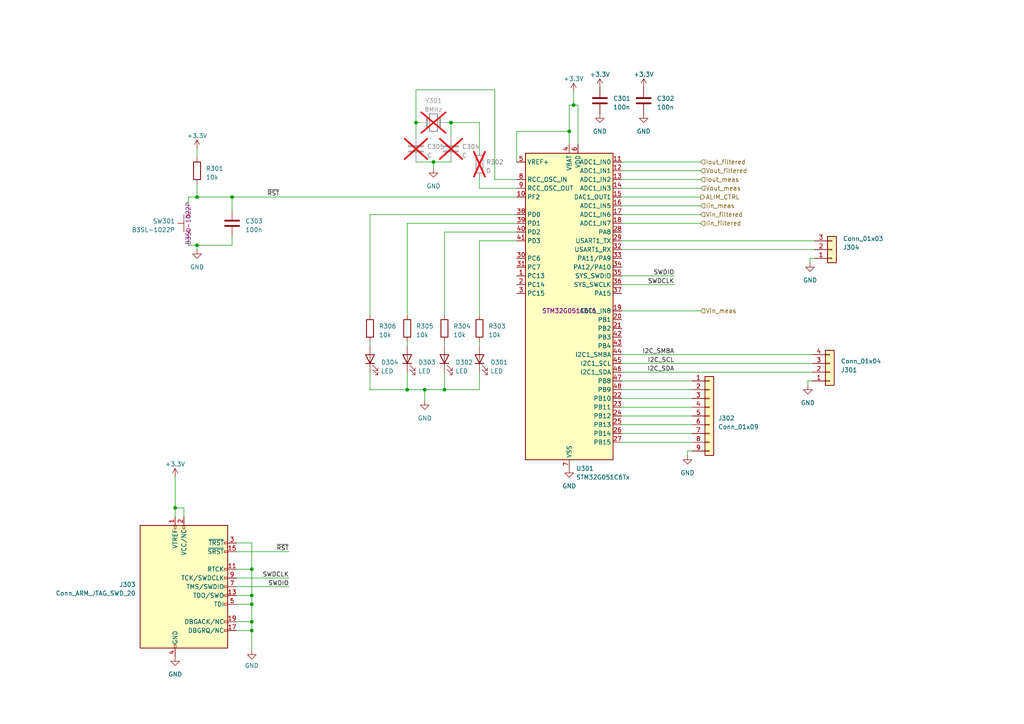
<source format=kicad_sch>
(kicad_sch (version 20230221) (generator eeschema)
  (paper "A4")
  (title_block (title "MPPT - PSU : MCU") (date "2023-04-05") (rev "Rev. 1.0") (company "Julien FAUCHER") (comment 1 "Defis solaires 2023"))
  (lib_symbols
    (symbol "Connector:Conn_ARM_JTAG_SWD_20" (pin_names (offset 1.016))
      (property "Reference" "J" (at -5.08 21.59 0))
      (property "Value" "Conn_ARM_JTAG_SWD_20" (at -5.08 19.05 0))
      (symbol "Conn_ARM_JTAG_SWD_20_0_1"
        (rectangle (start -12.7 17.78) (end 12.7 -17.78) (stroke (width 0.254)) (fill (type background)))
        (rectangle (start -2.794 -17.78) (end -2.286 -16.764))
        (rectangle (start -2.794 17.78) (end -2.286 16.764))
        (rectangle (start -0.254 17.78) (end 0.254 16.764))
        (rectangle (start 11.684 2.286) (end 12.7 2.794))
        (rectangle (start 12.7 -12.446) (end 11.684 -12.954))
        (rectangle (start 12.7 -9.906) (end 11.684 -10.414))
        (rectangle (start 12.7 -2.794) (end 11.684 -2.286))
        (rectangle (start 12.7 -0.254) (end 11.684 0.254))
        (rectangle (start 12.7 4.826) (end 11.684 5.334))
        (rectangle (start 12.7 10.414) (end 11.684 9.906))
        (rectangle (start 12.7 12.954) (end 11.684 12.446))
      )
      (symbol "Conn_ARM_JTAG_SWD_20_1_1"
        (rectangle (start 11.684 -5.334) (end 12.7 -4.826))
        (pin power_in line (at -2.54 20.32 270) (length 2.54) (name "VTREF") (number "1"))
        (pin passive line (at -2.54 -20.32 90) (length 2.54) hide (name "GND") (number "10"))
        (pin input line (at 15.24 5.08 180) (length 2.54) (name "RTCK") (number "11"))
        (pin passive line (at -2.54 -20.32 90) (length 2.54) hide (name "GND") (number "12"))
        (pin input line (at 15.24 -2.54 180) (length 2.54) (name "TDO/SWO") (number "13"))
        (pin passive line (at -2.54 -20.32 90) (length 2.54) hide (name "GND") (number "14"))
        (pin bidirectional line (at 15.24 10.16 180) (length 2.54) (name "~{SRST}") (number "15"))
        (pin passive line (at -2.54 -20.32 90) (length 2.54) hide (name "GND") (number "16"))
        (pin output line (at 15.24 -12.7 180) (length 2.54) (name "DBGRQ/NC") (number "17"))
        (pin passive line (at -2.54 -20.32 90) (length 2.54) hide (name "GND") (number "18"))
        (pin input line (at 15.24 -10.16 180) (length 2.54) (name "DBGACK/NC") (number "19"))
        (pin power_in line (at 0 20.32 270) (length 2.54) (name "VCC/NC") (number "2"))
        (pin passive line (at -2.54 -20.32 90) (length 2.54) hide (name "GND") (number "20"))
        (pin output line (at 15.24 12.7 180) (length 2.54) (name "~{TRST}") (number "3"))
        (pin power_in line (at -2.54 -20.32 90) (length 2.54) (name "GND") (number "4"))
        (pin output line (at 15.24 -5.08 180) (length 2.54) (name "TDI") (number "5"))
        (pin passive line (at -2.54 -20.32 90) (length 2.54) hide (name "GND") (number "6"))
        (pin output line (at 15.24 0 180) (length 2.54) (name "TMS/SWDIO") (number "7"))
        (pin passive line (at -2.54 -20.32 90) (length 2.54) hide (name "GND") (number "8"))
        (pin output line (at 15.24 2.54 180) (length 2.54) (name "TCK/SWDCLK") (number "9"))
      )
    )
    (symbol "Connector_Generic:Conn_01x03" (pin_names (offset 1.016) hide)
      (property "Reference" "J" (at 0 5.08 0))
      (property "Value" "Conn_01x03" (at 0 -5.08 0))
      (symbol "Conn_01x03_1_1"
        (rectangle (start -1.27 -2.413) (end 0 -2.667) (stroke (width 0.1524)))
        (rectangle (start -1.27 0.127) (end 0 -0.127) (stroke (width 0.1524)))
        (rectangle (start -1.27 2.667) (end 0 2.413) (stroke (width 0.1524)))
        (rectangle (start -1.27 3.81) (end 1.27 -3.81) (stroke (width 0.254)) (fill (type background)))
        (pin passive line (at -5.08 2.54 0) (length 3.81) (name "Pin_1") (number "1"))
        (pin passive line (at -5.08 0 0) (length 3.81) (name "Pin_2") (number "2"))
        (pin passive line (at -5.08 -2.54 0) (length 3.81) (name "Pin_3") (number "3"))
      )
    )
    (symbol "Connector_Generic:Conn_01x04" (pin_names (offset 1.016) hide)
      (property "Reference" "J" (at 0 5.08 0))
      (property "Value" "Conn_01x04" (at 0 -7.62 0))
      (symbol "Conn_01x04_1_1"
        (rectangle (start -1.27 -4.953) (end 0 -5.207) (stroke (width 0.1524)))
        (rectangle (start -1.27 -2.413) (end 0 -2.667) (stroke (width 0.1524)))
        (rectangle (start -1.27 0.127) (end 0 -0.127) (stroke (width 0.1524)))
        (rectangle (start -1.27 2.667) (end 0 2.413) (stroke (width 0.1524)))
        (rectangle (start -1.27 3.81) (end 1.27 -6.35) (stroke (width 0.254)) (fill (type background)))
        (pin passive line (at -5.08 2.54 0) (length 3.81) (name "Pin_1") (number "1"))
        (pin passive line (at -5.08 0 0) (length 3.81) (name "Pin_2") (number "2"))
        (pin passive line (at -5.08 -2.54 0) (length 3.81) (name "Pin_3") (number "3"))
        (pin passive line (at -5.08 -5.08 0) (length 3.81) (name "Pin_4") (number "4"))
      )
    )
    (symbol "Connector_Generic:Conn_01x09" (pin_names (offset 1.016) hide)
      (property "Reference" "J" (at 0 12.7 0))
      (property "Value" "Conn_01x09" (at 0 -12.7 0))
      (symbol "Conn_01x09_1_1"
        (rectangle (start -1.27 -10.033) (end 0 -10.287) (stroke (width 0.1524)))
        (rectangle (start -1.27 -7.493) (end 0 -7.747) (stroke (width 0.1524)))
        (rectangle (start -1.27 -4.953) (end 0 -5.207) (stroke (width 0.1524)))
        (rectangle (start -1.27 -2.413) (end 0 -2.667) (stroke (width 0.1524)))
        (rectangle (start -1.27 0.127) (end 0 -0.127) (stroke (width 0.1524)))
        (rectangle (start -1.27 2.667) (end 0 2.413) (stroke (width 0.1524)))
        (rectangle (start -1.27 5.207) (end 0 4.953) (stroke (width 0.1524)))
        (rectangle (start -1.27 7.747) (end 0 7.493) (stroke (width 0.1524)))
        (rectangle (start -1.27 10.287) (end 0 10.033) (stroke (width 0.1524)))
        (rectangle (start -1.27 11.43) (end 1.27 -11.43) (stroke (width 0.254)) (fill (type background)))
        (pin passive line (at -5.08 10.16 0) (length 3.81) (name "Pin_1") (number "1"))
        (pin passive line (at -5.08 7.62 0) (length 3.81) (name "Pin_2") (number "2"))
        (pin passive line (at -5.08 5.08 0) (length 3.81) (name "Pin_3") (number "3"))
        (pin passive line (at -5.08 2.54 0) (length 3.81) (name "Pin_4") (number "4"))
        (pin passive line (at -5.08 0 0) (length 3.81) (name "Pin_5") (number "5"))
        (pin passive line (at -5.08 -2.54 0) (length 3.81) (name "Pin_6") (number "6"))
        (pin passive line (at -5.08 -5.08 0) (length 3.81) (name "Pin_7") (number "7"))
        (pin passive line (at -5.08 -7.62 0) (length 3.81) (name "Pin_8") (number "8"))
        (pin passive line (at -5.08 -10.16 0) (length 3.81) (name "Pin_9") (number "9"))
      )
    )
    (symbol "Device:C" (pin_numbers hide) (pin_names (offset 0.254))
      (property "Reference" "C" (at 0.635 2.54 0))
      (property "Value" "C" (at 0.635 -2.54 0))
      (symbol "C_0_1"
        (polyline (pts (xy -2.032 -0.762) (xy 2.032 -0.762)) (stroke (width 0.508)))
        (polyline (pts (xy -2.032 0.762) (xy 2.032 0.762)) (stroke (width 0.508)))
      )
      (symbol "C_1_1"
        (pin passive line (at 0 3.81 270) (length 2.794) (name "~") (number "1"))
        (pin passive line (at 0 -3.81 90) (length 2.794) (name "~") (number "2"))
      )
    )
    (symbol "Device:Crystal" (pin_numbers hide) (pin_names (offset 1.016) hide)
      (property "Reference" "Y" (at 0 3.81 0))
      (property "Value" "Crystal" (at 0 -3.81 0))
      (symbol "Crystal_0_1"
        (rectangle (start -1.143 2.54) (end 1.143 -2.54) (stroke (width 0.3048)))
        (polyline (pts (xy -2.54 0) (xy -1.905 0)))
        (polyline (pts (xy -1.905 -1.27) (xy -1.905 1.27)) (stroke (width 0.508)))
        (polyline (pts (xy 1.905 -1.27) (xy 1.905 1.27)) (stroke (width 0.508)))
        (polyline (pts (xy 2.54 0) (xy 1.905 0)))
      )
      (symbol "Crystal_1_1"
        (pin passive line (at -3.81 0 0) (length 1.27) (name "1") (number "1"))
        (pin passive line (at 3.81 0 180) (length 1.27) (name "2") (number "2"))
      )
    )
    (symbol "Device:LED" (pin_numbers hide) (pin_names (offset 1.016) hide)
      (property "Reference" "D" (at 0 2.54 0))
      (property "Value" "LED" (at 0 -2.54 0))
      (symbol "LED_0_1"
        (polyline (pts (xy -1.27 -1.27) (xy -1.27 1.27)) (stroke (width 0.254)))
        (polyline (pts (xy -1.27 0) (xy 1.27 0)))
        (polyline (pts (xy 1.27 -1.27) (xy 1.27 1.27) (xy -1.27 0) (xy 1.27 -1.27)) (stroke (width 0.254)))
        (polyline (pts (xy -3.048 -0.762) (xy -4.572 -2.286) (xy -3.81 -2.286) (xy -4.572 -2.286) (xy -4.572 -1.524)))
        (polyline (pts (xy -1.778 -0.762) (xy -3.302 -2.286) (xy -2.54 -2.286) (xy -3.302 -2.286) (xy -3.302 -1.524)))
      )
      (symbol "LED_1_1"
        (pin passive line (at -3.81 0 0) (length 2.54) (name "K") (number "1"))
        (pin passive line (at 3.81 0 180) (length 2.54) (name "A") (number "2"))
      )
    )
    (symbol "Device:R" (pin_numbers hide) (pin_names (offset 0))
      (property "Reference" "R" (at 2.032 0 90))
      (property "Value" "R" (at 0 0 90))
      (symbol "R_0_1"
        (rectangle (start -1.016 -2.54) (end 1.016 2.54) (stroke (width 0.254)))
      )
      (symbol "R_1_1"
        (pin passive line (at 0 3.81 270) (length 1.27) (name "~") (number "1"))
        (pin passive line (at 0 -3.81 90) (length 1.27) (name "~") (number "2"))
      )
    )
    (symbol "MCU_ST_STM32G0:STM32G051C6Tx"
      (property "Reference" "U" (at -12.7 46.99 0))
      (property "Value" "STM32G051C6Tx" (at 5.08 46.99 0))
      (symbol "STM32G051C6Tx_0_1"
        (rectangle (start -12.7 -43.18) (end 12.7 45.72) (stroke (width 0.254)) (fill (type background)))
      )
      (symbol "STM32G051C6Tx_1_1"
        (pin bidirectional line (at -15.24 10.16 0) (length 2.54) (name "PC13") (number "1"))
        (pin bidirectional line (at -15.24 33.02 0) (length 2.54) (name "PF2") (number "10") (alternate "" input line))
        (pin bidirectional line (at 15.24 43.18 180) (length 2.54) (name "PA0") (number "11") (alternate "ADC1_IN0" bidirectional line))
        (pin bidirectional line (at 15.24 40.64 180) (length 2.54) (name "PA1") (number "12") (alternate "ADC1_IN1" bidirectional line) (alternate "I2C1_SMBA" bidirectional line))
        (pin bidirectional line (at 15.24 38.1 180) (length 2.54) (name "PA2") (number "13") (alternate "ADC1_IN2" bidirectional line))
        (pin bidirectional line (at 15.24 35.56 180) (length 2.54) (name "PA3") (number "14") (alternate "ADC1_IN3" bidirectional line))
        (pin bidirectional line (at 15.24 33.02 180) (length 2.54) (name "PA4") (number "15") (alternate "DAC1_OUT1" bidirectional line))
        (pin bidirectional line (at 15.24 30.48 180) (length 2.54) (name "PA5") (number "16") (alternate "ADC1_IN5" bidirectional line))
        (pin bidirectional line (at 15.24 27.94 180) (length 2.54) (name "PA6") (number "17") (alternate "ADC1_IN6" bidirectional line))
        (pin bidirectional line (at 15.24 25.4 180) (length 2.54) (name "PA7") (number "18") (alternate "ADC1_IN7" bidirectional line))
        (pin bidirectional line (at 15.24 0 180) (length 2.54) (name "PB0") (number "19") (alternate "ADC1_IN8" bidirectional line))
        (pin bidirectional line (at -15.24 7.62 0) (length 2.54) (name "PC14") (number "2"))
        (pin bidirectional line (at 15.24 -2.54 180) (length 2.54) (name "PB1") (number "20"))
        (pin bidirectional line (at 15.24 -5.08 180) (length 2.54) (name "PB2") (number "21"))
        (pin bidirectional line (at 15.24 -25.4 180) (length 2.54) (name "PB10") (number "22"))
        (pin bidirectional line (at 15.24 -27.94 180) (length 2.54) (name "PB11") (number "23"))
        (pin bidirectional line (at 15.24 -30.48 180) (length 2.54) (name "PB12") (number "24"))
        (pin bidirectional line (at 15.24 -33.02 180) (length 2.54) (name "PB13") (number "25"))
        (pin bidirectional line (at 15.24 -35.56 180) (length 2.54) (name "PB14") (number "26"))
        (pin bidirectional line (at 15.24 -38.1 180) (length 2.54) (name "PB15") (number "27"))
        (pin bidirectional line (at 15.24 22.86 180) (length 2.54) (name "PA8") (number "28"))
        (pin bidirectional line (at 15.24 20.32 180) (length 2.54) (name "PA9/NC") (number "29") (alternate "I2C1_SCL" bidirectional line) (alternate "USART1_TX" bidirectional line))
        (pin bidirectional line (at -15.24 5.08 0) (length 2.54) (name "PC15") (number "3"))
        (pin bidirectional line (at -15.24 15.24 0) (length 2.54) (name "PC6") (number "30"))
        (pin bidirectional line (at -15.24 12.7 0) (length 2.54) (name "PC7") (number "31"))
        (pin bidirectional line (at 15.24 17.78 180) (length 2.54) (name "PA10/NC") (number "32") (alternate "I2C1_SDA" bidirectional line) (alternate "USART1_RX" bidirectional line))
        (pin bidirectional line (at 15.24 15.24 180) (length 2.54) (name "PA11/PA9") (number "33"))
        (pin bidirectional line (at 15.24 12.7 180) (length 2.54) (name "PA12/PA10") (number "34"))
        (pin bidirectional line (at 15.24 10.16 180) (length 2.54) (name "PA13") (number "35") (alternate "SYS_SWDIO" bidirectional line))
        (pin bidirectional line (at 15.24 7.62 180) (length 2.54) (name "PA14") (number "36") (alternate "SYS_SWCLK" bidirectional line))
        (pin bidirectional line (at 15.24 5.08 180) (length 2.54) (name "PA15") (number "37"))
        (pin bidirectional line (at -15.24 27.94 0) (length 2.54) (name "PD0") (number "38"))
        (pin bidirectional line (at -15.24 25.4 0) (length 2.54) (name "PD1") (number "39"))
        (pin power_in line (at 0 48.26 270) (length 2.54) (name "VBAT") (number "4"))
        (pin bidirectional line (at -15.24 22.86 0) (length 2.54) (name "PD2") (number "40"))
        (pin bidirectional line (at -15.24 20.32 0) (length 2.54) (name "PD3") (number "41"))
        (pin bidirectional line (at 15.24 -7.62 180) (length 2.54) (name "PB3") (number "42"))
        (pin bidirectional line (at 15.24 -10.16 180) (length 2.54) (name "PB4") (number "43"))
        (pin bidirectional line (at 15.24 -12.7 180) (length 2.54) (name "PB5") (number "44") (alternate "I2C1_SMBA" bidirectional line))
        (pin bidirectional line (at 15.24 -15.24 180) (length 2.54) (name "PB6") (number "45") (alternate "I2C1_SCL" bidirectional line) (alternate "USART1_TX" bidirectional line))
        (pin bidirectional line (at 15.24 -17.78 180) (length 2.54) (name "PB7") (number "46") (alternate "I2C1_SDA" bidirectional line) (alternate "USART1_RX" bidirectional line))
        (pin bidirectional line (at 15.24 -20.32 180) (length 2.54) (name "PB8") (number "47") (alternate "I2C1_SCL" bidirectional line))
        (pin bidirectional line (at 15.24 -22.86 180) (length 2.54) (name "PB9") (number "48") (alternate "I2C1_SDA" bidirectional line))
        (pin input line (at -15.24 43.18 0) (length 2.54) (name "VREF+") (number "5"))
        (pin power_in line (at 2.54 48.26 270) (length 2.54) (name "VDD") (number "6"))
        (pin power_in line (at 0 -45.72 90) (length 2.54) (name "VSS") (number "7"))
        (pin bidirectional line (at -15.24 38.1 0) (length 2.54) (name "PF0") (number "8") (alternate "RCC_OSC_IN" bidirectional line))
        (pin bidirectional line (at -15.24 35.56 0) (length 2.54) (name "PF1") (number "9") (alternate "RCC_OSC_OUT" bidirectional line))
      )
    )
    (symbol "Switch:SW_Push" (pin_numbers hide) (pin_names (offset 1.016) hide)
      (property "Reference" "SW" (at 1.27 2.54 0))
      (property "Value" "SW_Push" (at 0 -1.524 0))
      (symbol "SW_Push_0_1"
        (circle (center -2.032 0) (radius 0.508))
        (polyline (pts (xy 0 1.27) (xy 0 3.048)))
        (polyline (pts (xy 2.54 1.27) (xy -2.54 1.27)))
        (circle (center 2.032 0) (radius 0.508))
        (pin passive line (at -5.08 0 0) (length 2.54) (name "1") (number "1"))
        (pin passive line (at 5.08 0 180) (length 2.54) (name "2") (number "2"))
      )
    )
    (symbol "power:+3.3V" (power) (pin_names (offset 0))
      (property "Value" "+3.3V" (at 0 3.556 0))
      (symbol "+3.3V_0_1"
        (polyline (pts (xy -0.762 1.27) (xy 0 2.54)))
        (polyline (pts (xy 0 0) (xy 0 2.54)))
        (polyline (pts (xy 0 2.54) (xy 0.762 1.27)))
      )
      (symbol "+3.3V_1_1"
        (pin power_in line (at 0 0 90) (length 0) hide (name "+3.3V") (number "1"))
      )
    )
    (symbol "power:GND" (power) (pin_names (offset 0))
      (property "Value" "GND" (at 0 -3.81 0))
      (symbol "GND_0_1"
        (polyline (pts (xy 0 0) (xy 0 -1.27) (xy 1.27 -1.27) (xy 0 -2.54) (xy -1.27 -1.27) (xy 0 -1.27)))
      )
      (symbol "GND_1_1"
        (pin power_in line (at 0 0 270) (length 0) hide (name "GND") (number "1"))
      )
    )
  )
  (junction (at 128.905 113.03))
  (junction (at 166.37 30.48))
  (junction (at 73.025 172.72))
  (junction (at 125.73 46.99))
  (junction (at 73.025 175.26))
  (junction (at 57.15 57.15))
  (junction (at 73.025 180.34))
  (junction (at 73.025 165.1))
  (junction (at 165.1 38.1))
  (junction (at 67.31 57.15))
  (junction (at 123.19 113.03))
  (junction (at 118.11 113.03))
  (junction (at 57.15 71.12))
  (junction (at 73.025 182.88))
  (junction (at 120.65 35.56))
  (junction (at 130.81 35.56))
  (junction (at 50.8 147.32))
  (wire (pts (xy 180.34 46.99) (xy 203.2 46.99)))
  (wire (pts (xy 107.315 107.95) (xy 107.315 113.03)))
  (wire (pts (xy 180.34 54.61) (xy 203.2 54.61)))
  (wire (pts (xy 67.31 57.15) (xy 149.86 57.15)))
  (wire (pts (xy 118.11 113.03) (xy 123.19 113.03)))
  (wire (pts (xy 180.34 123.19) (xy 200.66 123.19)))
  (wire (pts (xy 73.025 157.48) (xy 73.025 165.1)))
  (wire (pts (xy 120.65 35.56) (xy 120.65 39.37)))
  (wire (pts (xy 123.19 113.03) (xy 128.905 113.03)))
  (wire (pts (xy 180.34 128.27) (xy 200.66 128.27)))
  (wire (pts (xy 128.905 107.95) (xy 128.905 113.03)))
  (wire (pts (xy 68.58 160.02) (xy 83.82 160.02)))
  (wire (pts (xy 149.86 38.1) (xy 165.1 38.1)))
  (wire (pts (xy 73.025 175.26) (xy 73.025 180.34)))
  (wire (pts (xy 139.065 69.85) (xy 139.065 91.44)))
  (wire (pts (xy 118.11 107.95) (xy 118.11 113.03)))
  (wire (pts (xy 118.11 64.77) (xy 118.11 91.44)))
  (wire (pts (xy 180.34 110.49) (xy 200.66 110.49)))
  (wire (pts (xy 234.95 74.93) (xy 236.22 74.93)))
  (wire (pts (xy 180.34 72.39) (xy 236.22 72.39)))
  (wire (pts (xy 139.065 51.435) (xy 139.065 54.61)))
  (wire (pts (xy 180.34 62.23) (xy 203.2 62.23)))
  (wire (pts (xy 167.64 30.48) (xy 167.64 41.91)))
  (wire (pts (xy 53.34 147.32) (xy 53.34 149.86)))
  (wire (pts (xy 125.73 46.99) (xy 130.81 46.99)))
  (wire (pts (xy 180.34 90.17) (xy 203.2 90.17)))
  (wire (pts (xy 73.025 165.1) (xy 73.025 172.72)))
  (wire (pts (xy 68.58 170.18) (xy 83.82 170.18)))
  (wire (pts (xy 180.34 69.85) (xy 236.22 69.85)))
  (wire (pts (xy 165.1 38.1) (xy 165.1 41.91)))
  (wire (pts (xy 57.15 71.12) (xy 54.61 71.12)))
  (wire (pts (xy 57.15 53.34) (xy 57.15 57.15)))
  (wire (pts (xy 180.34 115.57) (xy 200.66 115.57)))
  (wire (pts (xy 57.15 57.15) (xy 67.31 57.15)))
  (wire (pts (xy 139.065 35.56) (xy 139.065 43.815)))
  (wire (pts (xy 50.8 138.43) (xy 50.8 147.32)))
  (wire (pts (xy 118.11 99.06) (xy 118.11 100.33)))
  (wire (pts (xy 54.61 69.85) (xy 54.61 71.12)))
  (wire (pts (xy 180.34 64.77) (xy 203.2 64.77)))
  (wire (pts (xy 57.15 57.15) (xy 54.61 57.15)))
  (wire (pts (xy 130.81 39.37) (xy 130.81 35.56)))
  (wire (pts (xy 50.8 147.32) (xy 53.34 147.32)))
  (wire (pts (xy 180.34 59.69) (xy 203.2 59.69)))
  (wire (pts (xy 199.39 132.08) (xy 199.39 130.81)))
  (wire (pts (xy 68.58 172.72) (xy 73.025 172.72)))
  (wire (pts (xy 130.81 35.56) (xy 139.065 35.56)))
  (wire (pts (xy 180.34 49.53) (xy 203.2 49.53)))
  (wire (pts (xy 73.025 172.72) (xy 73.025 175.26)))
  (wire (pts (xy 180.34 113.03) (xy 200.66 113.03)))
  (wire (pts (xy 149.86 46.99) (xy 149.86 38.1)))
  (wire (pts (xy 143.51 26.035) (xy 120.65 26.035)))
  (wire (pts (xy 143.51 52.07) (xy 143.51 26.035)))
  (wire (pts (xy 139.065 69.85) (xy 149.86 69.85)))
  (wire (pts (xy 139.065 99.06) (xy 139.065 100.33)))
  (wire (pts (xy 180.34 80.01) (xy 195.58 80.01)))
  (wire (pts (xy 68.58 180.34) (xy 73.025 180.34)))
  (wire (pts (xy 68.58 157.48) (xy 73.025 157.48)))
  (wire (pts (xy 120.65 35.56) (xy 121.92 35.56)))
  (wire (pts (xy 68.58 175.26) (xy 73.025 175.26)))
  (wire (pts (xy 180.34 102.87) (xy 235.585 102.87)))
  (wire (pts (xy 180.34 52.07) (xy 203.2 52.07)))
  (wire (pts (xy 68.58 167.64) (xy 83.82 167.64)))
  (wire (pts (xy 234.315 111.76) (xy 234.315 110.49)))
  (wire (pts (xy 180.34 107.95) (xy 235.585 107.95)))
  (wire (pts (xy 149.86 64.77) (xy 118.11 64.77)))
  (wire (pts (xy 166.37 26.67) (xy 166.37 30.48)))
  (wire (pts (xy 149.86 62.23) (xy 107.315 62.23)))
  (wire (pts (xy 130.81 35.56) (xy 129.54 35.56)))
  (wire (pts (xy 139.065 113.03) (xy 139.065 107.95)))
  (wire (pts (xy 128.905 99.06) (xy 128.905 100.33)))
  (wire (pts (xy 143.51 52.07) (xy 149.86 52.07)))
  (wire (pts (xy 125.73 48.895) (xy 125.73 46.99)))
  (wire (pts (xy 107.315 99.06) (xy 107.315 100.33)))
  (wire (pts (xy 67.31 57.15) (xy 67.31 60.96)))
  (wire (pts (xy 199.39 130.81) (xy 200.66 130.81)))
  (wire (pts (xy 57.15 43.18) (xy 57.15 45.72)))
  (wire (pts (xy 68.58 165.1) (xy 73.025 165.1)))
  (wire (pts (xy 125.73 46.99) (xy 120.65 46.99)))
  (wire (pts (xy 57.15 72.39) (xy 57.15 71.12)))
  (wire (pts (xy 57.15 71.12) (xy 67.31 71.12)))
  (wire (pts (xy 128.905 67.31) (xy 149.86 67.31)))
  (wire (pts (xy 107.315 113.03) (xy 118.11 113.03)))
  (wire (pts (xy 54.61 57.15) (xy 54.61 59.69)))
  (wire (pts (xy 180.34 125.73) (xy 200.66 125.73)))
  (wire (pts (xy 166.37 30.48) (xy 165.1 30.48)))
  (wire (pts (xy 165.1 30.48) (xy 165.1 38.1)))
  (wire (pts (xy 234.315 110.49) (xy 235.585 110.49)))
  (wire (pts (xy 67.31 68.58) (xy 67.31 71.12)))
  (wire (pts (xy 180.34 82.55) (xy 195.58 82.55)))
  (wire (pts (xy 73.025 182.88) (xy 73.025 188.595)))
  (wire (pts (xy 180.34 57.15) (xy 203.2 57.15)))
  (wire (pts (xy 180.34 120.65) (xy 200.66 120.65)))
  (wire (pts (xy 120.65 26.035) (xy 120.65 35.56)))
  (wire (pts (xy 68.58 182.88) (xy 73.025 182.88)))
  (wire (pts (xy 50.8 147.32) (xy 50.8 149.86)))
  (wire (pts (xy 180.34 118.11) (xy 200.66 118.11)))
  (wire (pts (xy 180.34 105.41) (xy 235.585 105.41)))
  (wire (pts (xy 123.19 113.03) (xy 123.19 116.205)))
  (wire (pts (xy 128.905 113.03) (xy 139.065 113.03)))
  (wire (pts (xy 128.905 91.44) (xy 128.905 67.31)))
  (wire (pts (xy 234.95 76.2) (xy 234.95 74.93)))
  (wire (pts (xy 73.025 180.34) (xy 73.025 182.88)))
  (wire (pts (xy 107.315 62.23) (xy 107.315 91.44)))
  (wire (pts (xy 166.37 30.48) (xy 167.64 30.48)))
  (wire (pts (xy 139.065 54.61) (xy 149.86 54.61)))
  (label "SWDIO" (at 83.82 170.18 180))
  (label "SWDCLK" (at 83.82 167.64 180))
  (label "I2C_SDA" (at 195.58 107.95 180))
  (label "SWDIO" (at 195.58 80.01 180))
  (label "I2C_SCL" (at 195.58 105.41 180))
  (label "I2C_SMBA" (at 195.58 102.87 180))
  (label "~{RST}" (at 77.47 57.15 0))
  (label "SWDCLK" (at 195.58 82.55 180))
  (label "~{RST}" (at 83.82 160.02 180))
  (hierarchical_label "Vin_meas" (shape input) (at 203.2 90.17 0))
  (hierarchical_label "Vout_filtered" (shape input) (at 203.2 49.53 0))
  (hierarchical_label "Iout_filtered" (shape input) (at 203.2 46.99 0))
  (hierarchical_label "Vout_meas" (shape input) (at 203.2 54.61 0))
  (hierarchical_label "Iin_meas" (shape input) (at 203.2 59.69 0))
  (hierarchical_label "Iin_filtered" (shape input) (at 203.2 64.77 0))
  (hierarchical_label "Iout_meas" (shape input) (at 203.2 52.07 0))
  (hierarchical_label "Vin_filtered" (shape input) (at 203.2 62.23 0))
  (hierarchical_label "ALIM_CTRL" (shape output) (at 203.2 57.15 0))
  (symbol (lib_id "Connector:Conn_ARM_JTAG_SWD_20") (at 53.34 170.18 0) (unit 1) (in_bom no)
    (property "Reference" "J303" (at 39.37 169.545 0) (effects (justify right)))
    (property "Value" "Conn_ARM_JTAG_SWD_20" (at 39.37 172.085 0) (effects (justify right)))
    (property "Footprint" "Connector_IDC:IDC-Header_2x10_P2.54mm_Vertical" (effects hide))
    (property "Datasheet" "http://infocenter.arm.com/help/topic/com.arm.doc.dui0499b/DUI0499B_system_design_reference.pdf" (effects hide))
  )
  (symbol (lib_id "Device:LED") (at 118.11 104.14 90) (unit 1) (in_bom no)
    (property "Reference" "D303" (at 121.285 105.0925 90) (effects (justify right)))
    (property "Value" "LED" (at 121.285 107.6325 90) (effects (justify right)))
    (property "Footprint" "LED_SMD:LED_0805_2012Metric" (effects hide))
  )
  (symbol (lib_id "power:GND") (at 125.73 48.895 0) (unit 1)
    (property "Reference" "#PWR0314" (effects hide))
    (property "Value" "GND" (at 125.73 53.975 0))
  )
  (symbol (lib_id "power:GND") (at 186.69 33.02 0) (unit 1)
    (property "Reference" "#PWR0305" (effects hide))
    (property "Value" "GND" (at 186.69 38.1 0))
  )
  (symbol (lib_id "power:GND") (at 123.19 116.205 0) (unit 1)
    (property "Reference" "#PWR0315" (effects hide))
    (property "Value" "GND" (at 123.19 121.285 0))
  )
  (symbol (lib_id "power:GND") (at 234.95 76.2 0) (unit 1)
    (property "Reference" "#PWR0313" (effects hide))
    (property "Value" "GND" (at 234.95 81.28 0))
  )
  (symbol (lib_id "power:+3.3V") (at 173.99 25.4 0) (unit 1)
    (property "Reference" "#PWR0301" (effects hide))
    (property "Value" "+3.3V" (at 173.99 21.59 0))
  )
  (symbol (lib_id "Device:LED") (at 107.315 104.14 90) (unit 1) (in_bom no)
    (property "Reference" "D304" (at 110.49 105.0925 90) (effects (justify right)))
    (property "Value" "LED" (at 110.49 107.6325 90) (effects (justify right)))
    (property "Footprint" "LED_SMD:LED_0805_2012Metric" (effects hide))
  )
  (symbol (lib_id "power:+3.3V") (at 57.15 43.18 0) (unit 1)
    (property "Reference" "#PWR0306" (effects hide))
    (property "Value" "+3.3V" (at 57.15 39.37 0))
  )
  (symbol (lib_id "power:GND") (at 50.8 190.5 0) (unit 1)
    (property "Reference" "#PWR0312" (effects hide))
    (property "Value" "GND" (at 50.8 195.58 0))
  )
  (symbol (lib_id "power:+3.3V") (at 186.69 25.4 0) (unit 1)
    (property "Reference" "#PWR0302" (effects hide))
    (property "Value" "+3.3V" (at 186.69 21.59 0))
  )
  (symbol (lib_id "Device:C") (at 130.81 43.18 0) (unit 1) (in_bom no) (dnp yes)
    (property "Reference" "C304" (at 133.985 42.545 0) (effects (justify left)))
    (property "Value" "C" (at 133.985 45.085 0) (effects (justify left)))
    (property "Footprint" "Capacitor_SMD:C_0805_2012Metric" (effects hide))
  )
  (symbol (lib_id "power:+3.3V") (at 50.8 138.43 0) (unit 1)
    (property "Reference" "#PWR0310" (effects hide))
    (property "Value" "+3.3V" (at 50.8 134.62 0))
  )
  (symbol (lib_id "power:+3.3V") (at 166.37 26.67 0) (unit 1)
    (property "Reference" "#PWR0303" (effects hide))
    (property "Value" "+3.3V" (at 166.37 22.86 0))
  )
  (symbol (lib_id "Device:R") (at 139.065 95.25 0) (unit 1)
    (property "Reference" "R303" (at 141.605 94.615 0) (effects (justify left)))
    (property "Value" "10k" (at 141.605 97.155 0) (effects (justify left)))
    (property "Footprint" "Resistor_SMD:R_0805_2012Metric" (effects hide))
  )
  (symbol (lib_id "Connector_Generic:Conn_01x03") (at 241.3 72.39 0) (mirror x) (unit 1) (in_bom no)
    (property "Reference" "J304" (at 244.475 71.755 0) (effects (justify left)))
    (property "Value" "Conn_01x03" (at 244.475 69.215 0) (effects (justify left)))
    (property "Footprint" "Connector_PinHeader_2.54mm:PinHeader_1x03_P2.54mm_Horizontal" (effects hide))
  )
  (symbol (lib_id "power:GND") (at 173.99 33.02 0) (unit 1)
    (property "Reference" "#PWR0304" (effects hide))
    (property "Value" "GND" (at 173.99 38.1 0))
  )
  (symbol (lib_id "Connector_Generic:Conn_01x04") (at 240.665 107.95 0) (mirror x) (unit 1) (in_bom no)
    (property "Reference" "J301" (at 243.84 107.315 0) (effects (justify left)))
    (property "Value" "Conn_01x04" (at 243.84 104.775 0) (effects (justify left)))
    (property "Footprint" "Connector_PinHeader_2.54mm:PinHeader_1x04_P2.54mm_Horizontal" (effects hide))
  )
  (symbol (lib_id "power:GND") (at 165.1 135.89 0) (unit 1)
    (property "Reference" "#PWR0309" (effects hide))
    (property "Value" "GND" (at 165.1 140.97 0))
  )
  (symbol (lib_id "Device:C") (at 173.99 29.21 0) (unit 1)
    (property "Reference" "C301" (at 177.8 28.575 0) (effects (justify left)))
    (property "Value" "100n" (at 177.8 31.115 0) (effects (justify left)))
    (property "Footprint" "Capacitor_SMD:C_0805_2012Metric" (effects hide))
    (property "Mouser SKU" "581-0805YC104M4T2A " (effects hide))
    (property "MPN" "0805YC104M4T2A " (effects hide))
  )
  (symbol (lib_id "Device:R") (at 139.065 47.625 0) (unit 1) (in_bom no) (dnp yes)
    (property "Reference" "R302" (at 140.97 46.99 0) (effects (justify left)))
    (property "Value" "0" (at 140.97 49.53 0) (effects (justify left)))
    (property "Footprint" "Resistor_SMD:R_0805_2012Metric" (effects hide))
  )
  (symbol (lib_id "power:GND") (at 73.025 188.595 0) (unit 1)
    (property "Reference" "#PWR0311" (effects hide))
    (property "Value" "GND" (at 73.025 193.04 0))
  )
  (symbol (lib_id "power:GND") (at 234.315 111.76 0) (unit 1)
    (property "Reference" "#PWR0308" (effects hide))
    (property "Value" "GND" (at 234.315 116.84 0))
  )
  (symbol (lib_id "Device:C") (at 120.65 43.18 0) (unit 1) (in_bom no) (dnp yes)
    (property "Reference" "C305" (at 123.825 42.545 0) (effects (justify left)))
    (property "Value" "C" (at 123.825 45.085 0) (effects (justify left)))
    (property "Footprint" "Capacitor_SMD:C_0805_2012Metric" (effects hide))
  )
  (symbol (lib_id "Device:R") (at 128.905 95.25 0) (unit 1)
    (property "Reference" "R304" (at 131.445 94.615 0) (effects (justify left)))
    (property "Value" "10k" (at 131.445 97.155 0) (effects (justify left)))
    (property "Footprint" "Resistor_SMD:R_0805_2012Metric" (effects hide))
  )
  (symbol (lib_id "Device:LED") (at 128.905 104.14 90) (unit 1) (in_bom no)
    (property "Reference" "D302" (at 132.08 105.0925 90) (effects (justify right)))
    (property "Value" "LED" (at 132.08 107.6325 90) (effects (justify right)))
    (property "Footprint" "LED_SMD:LED_0805_2012Metric" (effects hide))
  )
  (symbol (lib_id "Device:LED") (at 139.065 104.14 90) (unit 1) (in_bom no)
    (property "Reference" "D301" (at 142.24 105.0925 90) (effects (justify right)))
    (property "Value" "LED" (at 142.24 107.6325 90) (effects (justify right)))
    (property "Footprint" "LED_SMD:LED_0805_2012Metric" (effects hide))
  )
  (symbol (lib_id "Connector_Generic:Conn_01x09") (at 205.74 120.65 0) (unit 1) (in_bom no)
    (property "Reference" "J302" (at 208.28 121.285 0) (effects (justify left)))
    (property "Value" "Conn_01x09" (at 208.28 123.825 0) (effects (justify left)))
    (property "Footprint" "Connector_PinHeader_2.54mm:PinHeader_1x09_P2.54mm_Horizontal" (effects hide))
  )
  (symbol (lib_id "power:GND") (at 57.15 72.39 0) (unit 1)
    (property "Reference" "#PWR0307" (effects hide))
    (property "Value" "GND" (at 57.15 77.47 0))
  )
  (symbol (lib_id "power:GND") (at 199.39 132.08 0) (unit 1)
    (property "Reference" "#PWR0316" (effects hide))
    (property "Value" "GND" (at 199.39 137.16 0))
  )
  (symbol (lib_id "Device:R") (at 118.11 95.25 0) (unit 1)
    (property "Reference" "R305" (at 120.65 94.615 0) (effects (justify left)))
    (property "Value" "10k" (at 120.65 97.155 0) (effects (justify left)))
    (property "Footprint" "Resistor_SMD:R_0805_2012Metric" (effects hide))
  )
  (symbol (lib_id "Device:R") (at 107.315 95.25 0) (unit 1)
    (property "Reference" "R306" (at 109.855 94.615 0) (effects (justify left)))
    (property "Value" "10k" (at 109.855 97.155 0) (effects (justify left)))
    (property "Footprint" "Resistor_SMD:R_0805_2012Metric" (effects hide))
  )
  (symbol (lib_id "Device:Crystal") (at 125.73 35.56 180) (unit 1) (in_bom no) (dnp yes)
    (property "Reference" "Y301" (at 125.73 29.21 0))
    (property "Value" "8MHz" (at 125.73 31.75 0))
    (property "Footprint" "Crystal:Crystal_SMD_5032-2Pin_5.0x3.2mm" (effects hide))
  )
  (symbol (lib_id "Device:R") (at 57.15 49.53 0) (unit 1)
    (property "Reference" "R301" (at 59.69 48.895 0) (effects (justify left)))
    (property "Value" "10k" (at 59.69 51.435 0) (effects (justify left)))
    (property "Footprint" "Resistor_SMD:R_0805_2012Metric" (effects hide))
  )
  (symbol (lib_id "MCU_ST_STM32G0:STM32G051C6Tx") (at 165.1 90.17 0) (unit 1)
    (property "Reference" "U301" (at 167.0559 135.89 0) (effects (justify left)))
    (property "Value" "STM32G051C6Tx" (at 167.0559 138.43 0) (effects (justify left)))
    (property "Footprint" "Package_QFP:LQFP-48_7x7mm_P0.5mm" (effects hide))
    (property "Datasheet" "https://www.st.com/resource/en/datasheet/stm32g051c6.pdf" (effects hide))
    (property "MPN" "STM32G051C6T6" (at 165.1 90.17 0))
    (property "Mouser SKU" " 511-STM32G051C6T6 " (effects hide))
    (pin "10" (alternate "~{RST}"))
    (pin "11" (alternate "ADC1_IN0"))
    (pin "12" (alternate "ADC1_IN1"))
    (pin "13" (alternate "ADC1_IN2"))
    (pin "14" (alternate "ADC1_IN3"))
    (pin "15" (alternate "DAC1_OUT1"))
    (pin "16" (alternate "ADC1_IN5"))
    (pin "17" (alternate "ADC1_IN6"))
    (pin "18" (alternate "ADC1_IN7"))
    (pin "19" (alternate "ADC1_IN8"))
    (pin "29" (alternate "USART1_TX"))
    (pin "32" (alternate "USART1_RX"))
    (pin "35" (alternate "SYS_SWDIO"))
    (pin "36" (alternate "SYS_SWCLK"))
    (pin "44" (alternate "I2C1_SMBA"))
    (pin "45" (alternate "I2C1_SCL"))
    (pin "46" (alternate "I2C1_SDA"))
    (pin "8" (alternate "RCC_OSC_IN"))
    (pin "9" (alternate "RCC_OSC_OUT"))
  )
  (symbol (lib_id "Switch:SW_Push") (at 54.61 64.77 90) (unit 1)
    (property "Reference" "SW301" (at 50.8 64.135 90) (effects (justify left)))
    (property "Value" "B3SL-1022P" (at 50.8 66.675 90) (effects (justify left)))
    (property "Footprint" "Button_Switch_SMD:SW_SPST_B3SL-1022P" (effects hide))
    (property "Datasheet" "https://www.mouser.fr/datasheet/2/307/en-b3sl-1093544.pdf" (effects hide))
    (property "MPN" "B3SL-1022P" (at 54.61 64.77 0))
    (property "Mouser SKU" " 653-B3SL-1022P " (effects hide))
  )
  (symbol (lib_id "Device:C") (at 67.31 64.77 0) (unit 1)
    (property "Reference" "C303" (at 71.12 64.135 0) (effects (justify left)))
    (property "Value" "100n" (at 71.12 66.675 0) (effects (justify left)))
    (property "Footprint" "Capacitor_SMD:C_0805_2012Metric" (effects hide))
    (property "Mouser SKU" "581-0805YC104M4T2A " (effects hide))
    (property "MPN" "0805YC104M4T2A " (effects hide))
  )
  (symbol (lib_id "Device:C") (at 186.69 29.21 0) (unit 1)
    (property "Reference" "C302" (at 190.5 28.575 0) (effects (justify left)))
    (property "Value" "100n" (at 190.5 31.115 0) (effects (justify left)))
    (property "Footprint" "Capacitor_SMD:C_0805_2012Metric" (effects hide))
    (property "Mouser SKU" "581-0805YC104M4T2A " (effects hide))
    (property "MPN" "0805YC104M4T2A " (effects hide))
  )
)
</source>
